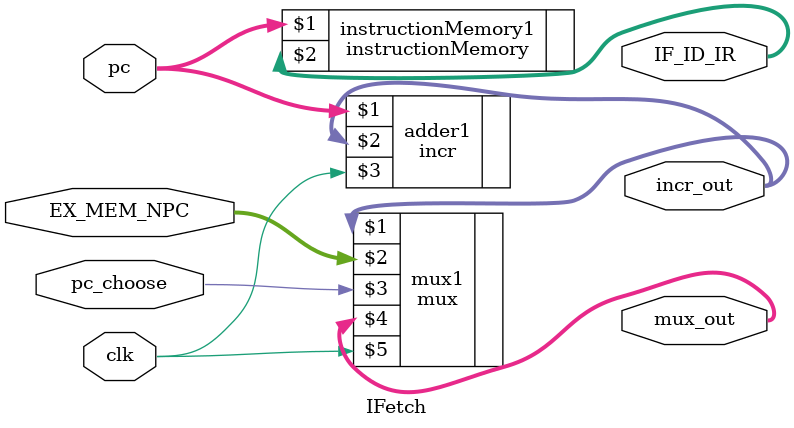
<source format=v>



module IFetch(
        input clk, 
        input pc_choose,
        input [31:0] EX_MEM_NPC,
        input [31:0] pc,
        output [31:0] incr_out,
        output [31:0] mux_out,
        output [31:0] IF_ID_IR
        );
        
        incr adder1(pc, incr_out, clk);    
        mux mux1(incr_out, EX_MEM_NPC, pc_choose, mux_out, clk);
        instructionMemory instructionMemory1(pc, IF_ID_IR);
endmodule

</source>
